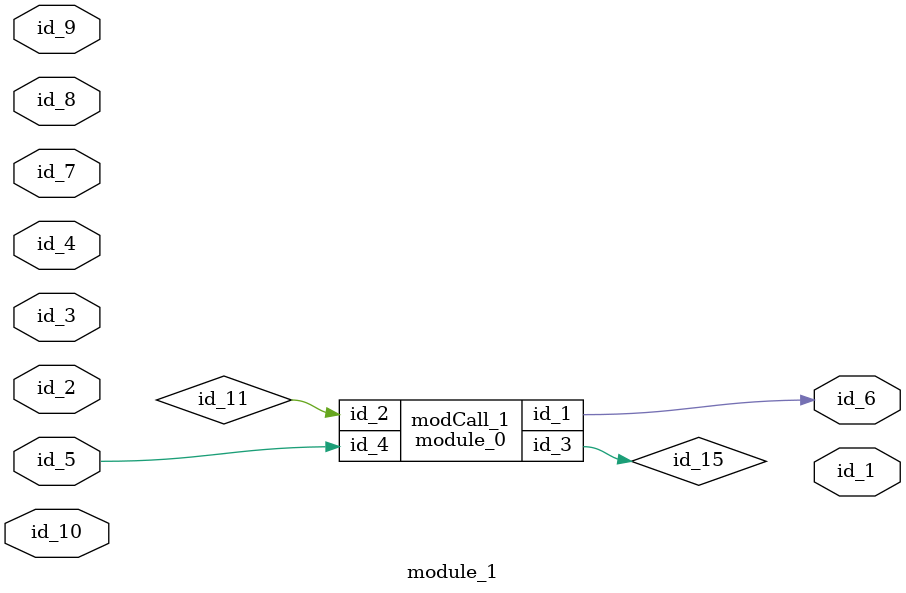
<source format=v>
module module_0 (
    id_1,
    id_2,
    id_3,
    id_4
);
  input wire id_4;
  output wire id_3;
  input wire id_2;
  output wire id_1;
  assign id_1 = 1'b0;
  wire id_5;
  wire id_6;
  wire id_7;
endmodule
module module_1 (
    id_1,
    id_2,
    id_3,
    id_4,
    id_5,
    id_6,
    id_7,
    id_8,
    id_9,
    id_10
);
  inout wire id_10;
  input wire id_9;
  input wire id_8;
  inout wire id_7;
  output wire id_6;
  inout wire id_5;
  inout wire id_4;
  inout wire id_3;
  inout wire id_2;
  output wire id_1;
  specify
    if ($realtime) (posedge id_11 => (id_12  : id_10)) = ($realtime : id_12  : 1,
                                                          1  : id_2  : !id_12);
    (id_13 + => id_14) = ($realtime : $realtime : 1, $realtime : $realtime : $realtime);
    (id_15 + => id_16) = (-1  : -1'h0 : -1'b0 && $realtime && 1, id_11  : -1  : -1);
  endspecify
  module_0 modCall_1 (
      id_6,
      id_11,
      id_15,
      id_5
  );
endmodule

</source>
